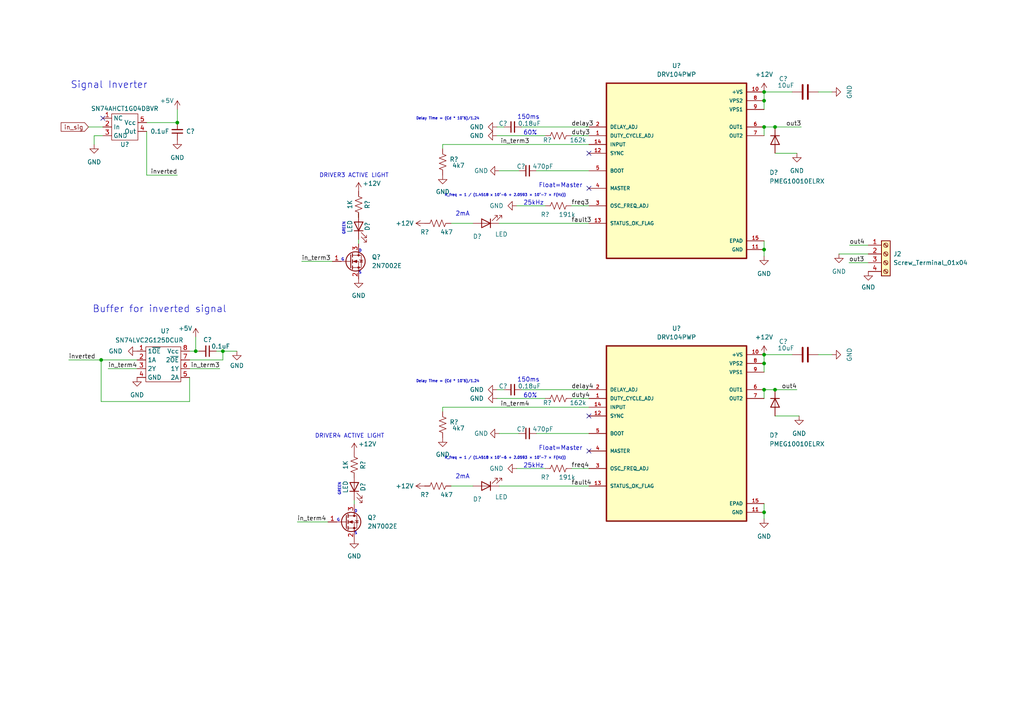
<source format=kicad_sch>
(kicad_sch (version 20230121) (generator eeschema)
  (paper "A4")
  (lib_symbols
    (symbol "Buffer:SN74LVC2G125"
      (property "Reference" "U" (at 0 6.35 0))
      (symbol "SN74LVC2G125_0_0"
        (rectangle (start -5.08 5.08) (end 5.08 -5.08))
      )
      (symbol "SN74LVC2G125_1_1"
        (pin input line (at -7.62 3.81 0) (length 2.54) (name "1~{OE}") (number "1"))
        (pin input line (at -7.62 1.27 0) (length 2.54) (name "1A") (number "2"))
        (pin input line (at -7.62 -1.27 0) (length 2.54) (name "2Y") (number "3"))
        (pin input line (at -7.62 -3.81 0) (length 2.54) (name "GND") (number "4"))
        (pin input line (at 7.62 -3.81 180) (length 2.54) (name "2A") (number "5"))
        (pin input line (at 7.62 -1.27 180) (length 2.54) (name "1Y") (number "6"))
        (pin input line (at 7.62 1.27 180) (length 2.54) (name "2~{OE}") (number "7"))
        (pin input line (at 7.62 3.81 180) (length 2.54) (name "Vcc") (number "8"))
      )
    )
    (symbol "Connector:Screw_Terminal_01x04" (pin_names (offset 1.016) hide)
      (property "Reference" "J" (at 0 5.08 0))
      (property "Value" "Screw_Terminal_01x04" (at 0 -7.62 0))
      (symbol "Screw_Terminal_01x04_1_1"
        (rectangle (start -1.27 3.81) (end 1.27 -6.35) (stroke (width 0.254)) (fill (type background)))
        (circle (center 0 -5.08) (radius 0.635) (stroke (width 0.1524)))
        (circle (center 0 -2.54) (radius 0.635) (stroke (width 0.1524)))
        (polyline (pts (xy -0.5334 -4.7498) (xy 0.3302 -5.588)) (stroke (width 0.1524)))
        (polyline (pts (xy -0.5334 -2.2098) (xy 0.3302 -3.048)) (stroke (width 0.1524)))
        (polyline (pts (xy -0.5334 0.3302) (xy 0.3302 -0.508)) (stroke (width 0.1524)))
        (polyline (pts (xy -0.5334 2.8702) (xy 0.3302 2.032)) (stroke (width 0.1524)))
        (polyline (pts (xy -0.3556 -4.572) (xy 0.508 -5.4102)) (stroke (width 0.1524)))
        (polyline (pts (xy -0.3556 -2.032) (xy 0.508 -2.8702)) (stroke (width 0.1524)))
        (polyline (pts (xy -0.3556 0.508) (xy 0.508 -0.3302)) (stroke (width 0.1524)))
        (polyline (pts (xy -0.3556 3.048) (xy 0.508 2.2098)) (stroke (width 0.1524)))
        (circle (center 0 0) (radius 0.635) (stroke (width 0.1524)))
        (circle (center 0 2.54) (radius 0.635) (stroke (width 0.1524)))
        (pin passive line (at -5.08 2.54 0) (length 3.81) (name "Pin_1") (number "1"))
        (pin passive line (at -5.08 0 0) (length 3.81) (name "Pin_2") (number "2"))
        (pin passive line (at -5.08 -2.54 0) (length 3.81) (name "Pin_3") (number "3"))
        (pin passive line (at -5.08 -5.08 0) (length 3.81) (name "Pin_4") (number "4"))
      )
    )
    (symbol "DRV104PWP:DRV104PWP" (pin_names (offset 1.016))
      (property "Reference" "U" (at -20.32 26.4 0))
      (property "Value" "DRV104PWP" (at -20.32 -29.4 0))
      (symbol "DRV104PWP_0_0"
        (rectangle (start -20.32 -25.4) (end 20.32 25.4) (stroke (width 0.41)) (fill (type background)))
        (pin input line (at -25.4 10.16 0) (length 5.08) (name "DUTY_CYCLE_ADJ") (number "1"))
        (pin power_in line (at 25.4 22.86 180) (length 5.08) (name "+VS") (number "10"))
        (pin power_in line (at 25.4 -22.86 180) (length 5.08) (name "GND") (number "11"))
        (pin input line (at -25.4 5.08 0) (length 5.08) (name "SYNC") (number "12"))
        (pin bidirectional line (at -25.4 -15.24 0) (length 5.08) (name "STATUS_OK_FLAG") (number "13"))
        (pin input line (at -25.4 7.62 0) (length 5.08) (name "INPUT") (number "14"))
        (pin power_in line (at 25.4 -20.32 180) (length 5.08) (name "EPAD") (number "15"))
        (pin input line (at -25.4 12.7 0) (length 5.08) (name "DELAY_ADJ") (number "2"))
        (pin bidirectional line (at -25.4 -10.16 0) (length 5.08) (name "OSC_FREQ_ADJ") (number "3"))
        (pin bidirectional line (at -25.4 -5.08 0) (length 5.08) (name "MASTER") (number "4"))
        (pin bidirectional line (at -25.4 0 0) (length 5.08) (name "BOOT") (number "5"))
        (pin output line (at 25.4 12.7 180) (length 5.08) (name "OUT1") (number "6"))
        (pin output line (at 25.4 10.16 180) (length 5.08) (name "OUT2") (number "7"))
        (pin power_in line (at 25.4 20.32 180) (length 5.08) (name "VPS2") (number "8"))
        (pin power_in line (at 25.4 17.78 180) (length 5.08) (name "VPS1") (number "9"))
      )
    )
    (symbol "Device:C" (pin_numbers hide) (pin_names (offset 0.254))
      (property "Reference" "C" (at 0.635 2.54 0))
      (property "Value" "C" (at 0.635 -2.54 0))
      (symbol "C_0_1"
        (polyline (pts (xy -2.032 -0.762) (xy 2.032 -0.762)) (stroke (width 0.508)))
        (polyline (pts (xy -2.032 0.762) (xy 2.032 0.762)) (stroke (width 0.508)))
      )
      (symbol "C_1_1"
        (pin passive line (at 0 3.81 270) (length 2.794) (name "~") (number "1"))
        (pin passive line (at 0 -3.81 90) (length 2.794) (name "~") (number "2"))
      )
    )
    (symbol "Device:C_Small" (pin_numbers hide) (pin_names (offset 0.254) hide)
      (property "Reference" "C" (at 0.254 1.778 0))
      (property "Value" "C_Small" (at 0.254 -2.032 0))
      (symbol "C_Small_0_1"
        (polyline (pts (xy -1.524 -0.508) (xy 1.524 -0.508)) (stroke (width 0.3302)))
        (polyline (pts (xy -1.524 0.508) (xy 1.524 0.508)) (stroke (width 0.3048)))
      )
      (symbol "C_Small_1_1"
        (pin passive line (at 0 2.54 270) (length 2.032) (name "~") (number "1"))
        (pin passive line (at 0 -2.54 90) (length 2.032) (name "~") (number "2"))
      )
    )
    (symbol "Device:D" (pin_numbers hide) (pin_names (offset 1.016) hide)
      (property "Reference" "D" (at 0 2.54 0))
      (property "Value" "D" (at 0 -2.54 0))
      (symbol "D_0_1"
        (polyline (pts (xy -1.27 1.27) (xy -1.27 -1.27)) (stroke (width 0.254)))
        (polyline (pts (xy 1.27 0) (xy -1.27 0)))
        (polyline (pts (xy 1.27 1.27) (xy 1.27 -1.27) (xy -1.27 0) (xy 1.27 1.27)) (stroke (width 0.254)))
      )
      (symbol "D_1_1"
        (pin passive line (at -3.81 0 0) (length 2.54) (name "K") (number "1"))
        (pin passive line (at 3.81 0 180) (length 2.54) (name "A") (number "2"))
      )
    )
    (symbol "Device:LED" (pin_numbers hide) (pin_names (offset 1.016) hide)
      (property "Reference" "D" (at 0 2.54 0))
      (property "Value" "LED" (at 0 -2.54 0))
      (symbol "LED_0_1"
        (polyline (pts (xy -1.27 -1.27) (xy -1.27 1.27)) (stroke (width 0.254)))
        (polyline (pts (xy -1.27 0) (xy 1.27 0)))
        (polyline (pts (xy 1.27 -1.27) (xy 1.27 1.27) (xy -1.27 0) (xy 1.27 -1.27)) (stroke (width 0.254)))
        (polyline (pts (xy -3.048 -0.762) (xy -4.572 -2.286) (xy -3.81 -2.286) (xy -4.572 -2.286) (xy -4.572 -1.524)))
        (polyline (pts (xy -1.778 -0.762) (xy -3.302 -2.286) (xy -2.54 -2.286) (xy -3.302 -2.286) (xy -3.302 -1.524)))
      )
      (symbol "LED_1_1"
        (pin passive line (at -3.81 0 0) (length 2.54) (name "K") (number "1"))
        (pin passive line (at 3.81 0 180) (length 2.54) (name "A") (number "2"))
      )
    )
    (symbol "Device:R_US" (pin_numbers hide) (pin_names (offset 0))
      (property "Reference" "R" (at 2.54 0 90))
      (property "Value" "R_US" (at -2.54 0 90))
      (symbol "R_US_0_1"
        (polyline (pts (xy 0 -2.286) (xy 0 -2.54)))
        (polyline (pts (xy 0 2.286) (xy 0 2.54)))
        (polyline (pts (xy 0 -0.762) (xy 1.016 -1.143) (xy 0 -1.524) (xy -1.016 -1.905) (xy 0 -2.286)))
        (polyline (pts (xy 0 0.762) (xy 1.016 0.381) (xy 0 0) (xy -1.016 -0.381) (xy 0 -0.762)))
        (polyline (pts (xy 0 2.286) (xy 1.016 1.905) (xy 0 1.524) (xy -1.016 1.143) (xy 0 0.762)))
      )
      (symbol "R_US_1_1"
        (pin passive line (at 0 3.81 270) (length 1.27) (name "~") (number "1"))
        (pin passive line (at 0 -3.81 90) (length 1.27) (name "~") (number "2"))
      )
    )
    (symbol "Inverters:SN74AHCT1G04"
      (property "Reference" "U" (at 0 -5.08 0))
      (symbol "SN74AHCT1G04_0_1"
        (polyline (pts (xy 0 3.81) (xy -3.81 3.81) (xy -3.81 -3.81) (xy 3.81 -3.81) (xy 3.81 3.81) (xy 0 3.81)))
      )
      (symbol "SN74AHCT1G04_1_1"
        (pin input line (at -6.35 2.54 0) (length 2.54) (name "NC") (number "1"))
        (pin input line (at -6.35 0 0) (length 2.54) (name "In") (number "2"))
        (pin input line (at -6.35 -2.54 0) (length 2.54) (name "GND") (number "3"))
        (pin input line (at 6.35 -1.27 180) (length 2.54) (name "Out") (number "4"))
        (pin input line (at 6.35 1.27 180) (length 2.54) (name "Vcc") (number "5"))
      )
    )
    (symbol "Transistor_FET:2N7002E" (pin_names hide)
      (property "Reference" "Q" (at 5.08 1.905 0))
      (property "Value" "2N7002E" (at 5.08 0 0))
      (symbol "2N7002E_0_1"
        (polyline (pts (xy 0.254 0) (xy -2.54 0)))
        (polyline (pts (xy 0.254 1.905) (xy 0.254 -1.905)) (stroke (width 0.254)))
        (polyline (pts (xy 0.762 -1.27) (xy 0.762 -2.286)) (stroke (width 0.254)))
        (polyline (pts (xy 0.762 0.508) (xy 0.762 -0.508)) (stroke (width 0.254)))
        (polyline (pts (xy 0.762 2.286) (xy 0.762 1.27)) (stroke (width 0.254)))
        (polyline (pts (xy 2.54 2.54) (xy 2.54 1.778)))
        (polyline (pts (xy 2.54 -2.54) (xy 2.54 0) (xy 0.762 0)))
        (polyline (pts (xy 0.762 -1.778) (xy 3.302 -1.778) (xy 3.302 1.778) (xy 0.762 1.778)))
        (polyline (pts (xy 1.016 0) (xy 2.032 0.381) (xy 2.032 -0.381) (xy 1.016 0)) (fill (type outline)))
        (polyline (pts (xy 2.794 0.508) (xy 2.921 0.381) (xy 3.683 0.381) (xy 3.81 0.254)))
        (polyline (pts (xy 3.302 0.381) (xy 2.921 -0.254) (xy 3.683 -0.254) (xy 3.302 0.381)))
        (circle (center 1.651 0) (radius 2.794) (stroke (width 0.254)))
        (circle (center 2.54 -1.778) (radius 0.254) (fill (type outline)))
        (circle (center 2.54 1.778) (radius 0.254) (fill (type outline)))
      )
      (symbol "2N7002E_1_1"
        (pin input line (at -5.08 0 0) (length 2.54) (name "G") (number "1"))
        (pin passive line (at 2.54 -5.08 90) (length 2.54) (name "S") (number "2"))
        (pin passive line (at 2.54 5.08 270) (length 2.54) (name "D") (number "3"))
      )
    )
    (symbol "power:+12V" (power) (pin_names (offset 0))
      (property "Value" "+12V" (at 0 3.556 0))
      (symbol "+12V_0_1"
        (polyline (pts (xy -0.762 1.27) (xy 0 2.54)))
        (polyline (pts (xy 0 0) (xy 0 2.54)))
        (polyline (pts (xy 0 2.54) (xy 0.762 1.27)))
      )
      (symbol "+12V_1_1"
        (pin power_in line (at 0 0 90) (length 0) hide (name "+12V") (number "1"))
      )
    )
    (symbol "power:+5V" (power) (pin_names (offset 0))
      (property "Value" "+5V" (at 0 3.556 0))
      (symbol "+5V_0_1"
        (polyline (pts (xy -0.762 1.27) (xy 0 2.54)))
        (polyline (pts (xy 0 0) (xy 0 2.54)))
        (polyline (pts (xy 0 2.54) (xy 0.762 1.27)))
      )
      (symbol "+5V_1_1"
        (pin power_in line (at 0 0 90) (length 0) hide (name "+5V") (number "1"))
      )
    )
    (symbol "power:GND" (power) (pin_names (offset 0))
      (property "Value" "GND" (at 0 -3.81 0))
      (symbol "GND_0_1"
        (polyline (pts (xy 0 0) (xy 0 -1.27) (xy 1.27 -1.27) (xy 0 -2.54) (xy -1.27 -1.27) (xy 0 -1.27)))
      )
      (symbol "GND_1_1"
        (pin power_in line (at 0 0 270) (length 0) hide (name "GND") (number "1"))
      )
    )
  )
  (junction (at 221.615 29.21))
  (junction (at 29.337 104.394))
  (junction (at 224.79 36.83))
  (junction (at 221.615 36.83))
  (junction (at 224.79 113.03))
  (junction (at 221.615 113.03))
  (junction (at 64.643 101.854))
  (junction (at 221.615 105.41))
  (junction (at 221.615 148.59))
  (junction (at 221.615 26.67))
  (junction (at 221.615 102.87))
  (junction (at 56.769 101.854))
  (junction (at 51.435 35.56))
  (junction (at 221.615 72.39))
  (no_connect (at 170.815 120.65))
  (no_connect (at 170.815 54.61))
  (no_connect (at 170.815 130.81))
  (no_connect (at 170.815 44.45))
  (no_connect (at 29.845 34.29))
  (wire (pts (xy 221.615 72.39) (xy 221.615 74.295)))
  (wire (pts (xy 27.305 41.91) (xy 27.305 39.37)))
  (wire (pts (xy 224.79 36.83) (xy 232.41 36.83)))
  (wire (pts (xy 221.615 26.67) (xy 221.615 29.21)))
  (wire (pts (xy 56.769 97.79) (xy 56.769 101.854)))
  (wire (pts (xy 149.86 59.69) (xy 158.115 59.69)))
  (wire (pts (xy 144.78 140.97) (xy 170.815 140.97)))
  (wire (pts (xy 150.495 49.53) (xy 144.78 49.53)))
  (wire (pts (xy 64.643 104.394) (xy 64.643 101.854)))
  (wire (pts (xy 165.735 59.69) (xy 170.815 59.69)))
  (wire (pts (xy 42.545 50.8) (xy 42.545 38.1)))
  (wire (pts (xy 151.257 36.83) (xy 170.815 36.83)))
  (wire (pts (xy 128.397 41.91) (xy 128.397 43.18)))
  (wire (pts (xy 150.495 125.73) (xy 144.78 125.73)))
  (wire (pts (xy 221.615 105.41) (xy 221.615 107.95)))
  (wire (pts (xy 149.86 135.89) (xy 158.115 135.89)))
  (wire (pts (xy 231.14 113.03) (xy 224.79 113.03)))
  (wire (pts (xy 86.233 151.384) (xy 95.123 151.384)))
  (wire (pts (xy 19.939 104.394) (xy 29.337 104.394)))
  (wire (pts (xy 221.615 102.87) (xy 221.615 105.41)))
  (wire (pts (xy 102.743 138.684) (xy 102.743 137.414)))
  (wire (pts (xy 221.615 36.83) (xy 221.615 39.37)))
  (wire (pts (xy 104.013 69.469) (xy 104.013 70.739)))
  (wire (pts (xy 221.615 113.03) (xy 224.79 113.03)))
  (wire (pts (xy 27.305 39.37) (xy 29.845 39.37)))
  (wire (pts (xy 155.575 125.73) (xy 170.815 125.73)))
  (wire (pts (xy 221.615 36.83) (xy 224.79 36.83)))
  (wire (pts (xy 54.991 101.854) (xy 56.769 101.854)))
  (wire (pts (xy 243.332 73.66) (xy 251.841 73.66)))
  (wire (pts (xy 151.257 113.03) (xy 170.815 113.03)))
  (wire (pts (xy 221.615 148.59) (xy 221.615 150.495)))
  (wire (pts (xy 42.545 50.8) (xy 51.435 50.8)))
  (wire (pts (xy 144.145 115.57) (xy 158.115 115.57)))
  (wire (pts (xy 165.735 115.57) (xy 170.815 115.57)))
  (wire (pts (xy 231.775 120.65) (xy 224.79 120.65)))
  (wire (pts (xy 128.397 118.11) (xy 128.397 119.38)))
  (wire (pts (xy 29.337 116.459) (xy 54.991 116.459)))
  (wire (pts (xy 63.754 106.934) (xy 54.991 106.934)))
  (wire (pts (xy 130.81 64.77) (xy 137.16 64.77)))
  (wire (pts (xy 221.615 146.05) (xy 221.615 148.59)))
  (wire (pts (xy 29.337 104.394) (xy 29.337 116.459)))
  (wire (pts (xy 221.615 29.21) (xy 221.615 31.75)))
  (wire (pts (xy 25.654 36.83) (xy 29.845 36.83)))
  (wire (pts (xy 229.743 102.87) (xy 221.615 102.87)))
  (wire (pts (xy 87.503 75.819) (xy 96.393 75.819)))
  (wire (pts (xy 51.435 31.75) (xy 51.435 35.56)))
  (wire (pts (xy 246.253 76.2) (xy 251.841 76.2)))
  (wire (pts (xy 146.177 113.03) (xy 144.145 113.03)))
  (wire (pts (xy 56.769 101.854) (xy 57.658 101.854)))
  (wire (pts (xy 62.738 101.854) (xy 64.643 101.854)))
  (wire (pts (xy 146.177 36.83) (xy 144.145 36.83)))
  (wire (pts (xy 64.643 101.854) (xy 68.707 101.854)))
  (wire (pts (xy 229.743 26.67) (xy 221.615 26.67)))
  (wire (pts (xy 29.337 104.394) (xy 39.751 104.394)))
  (wire (pts (xy 42.545 35.56) (xy 51.435 35.56)))
  (wire (pts (xy 128.397 41.91) (xy 170.815 41.91)))
  (wire (pts (xy 144.145 39.37) (xy 158.115 39.37)))
  (wire (pts (xy 102.743 145.034) (xy 102.743 146.304)))
  (wire (pts (xy 155.575 49.53) (xy 170.815 49.53)))
  (wire (pts (xy 237.363 26.67) (xy 241.3 26.67)))
  (wire (pts (xy 231.14 44.45) (xy 224.79 44.45)))
  (wire (pts (xy 221.615 69.85) (xy 221.615 72.39)))
  (wire (pts (xy 165.735 39.37) (xy 170.815 39.37)))
  (wire (pts (xy 165.735 135.89) (xy 170.815 135.89)))
  (wire (pts (xy 237.363 102.87) (xy 241.3 102.87)))
  (wire (pts (xy 221.615 113.03) (xy 221.615 115.57)))
  (wire (pts (xy 246.38 71.12) (xy 251.841 71.12)))
  (wire (pts (xy 104.013 63.119) (xy 104.013 61.849)))
  (wire (pts (xy 144.78 64.77) (xy 170.815 64.77)))
  (wire (pts (xy 54.991 116.459) (xy 54.991 109.474)))
  (wire (pts (xy 130.81 140.97) (xy 137.16 140.97)))
  (wire (pts (xy 31.369 106.934) (xy 39.751 106.934)))
  (wire (pts (xy 128.397 118.11) (xy 170.815 118.11)))
  (wire (pts (xy 54.991 104.394) (xy 64.643 104.394)))
  (text "S" (at 104.013 79.629 0) (effects (font (size 0.75 0.75)) (justify left bottom)))
  (text "S" (at 102.743 155.194 0) (effects (font (size 0.75 0.75)) (justify left bottom)))
  (text "DRIVER3 ACTIVE LIGHT" (at 92.583 51.689 0) (effects (font (size 1.2 1.2)) (justify left bottom)))
  (text "DRIVER4 ACTIVE LIGHT" (at 91.313 127.254 0) (effects (font (size 1.2 1.2)) (justify left bottom)))
  (text "2mA" (at 132.08 62.865 0) (effects (font (size 1.27 1.27)) (justify left bottom)))
  (text "150ms" (at 149.987 34.798 0) (effects (font (size 1.27 1.27)) (justify left bottom)))
  (text "Buffer for inverted signal" (at 26.797 90.932 0) (effects (font (size 2 2)) (justify left bottom)))
  (text "Float=Master" (at 156.21 130.81 0) (effects (font (size 1.27 1.27)) (justify left bottom)))
  (text "25kHz" (at 151.765 59.69 0) (effects (font (size 1.27 1.27)) (justify left bottom)))
  (text "60%" (at 151.765 39.37 0) (effects (font (size 1.27 1.27)) (justify left bottom)))
  (text "Delay Time = (Cd * 10^6)/1.24" (at 120.65 34.925 0) (effects (font (size 0.75 0.75)) (justify left bottom)))
  (text "60%" (at 151.765 115.57 0) (effects (font (size 1.27 1.27)) (justify left bottom)))
  (text "R_freq = 1 / (1.4518 x 10^−6 + 2.0593 × 10^−7 × F(Hz))" (at 128.905 133.35 0) (effects (font (size 0.75 0.75)) (justify left bottom)))
  (text "25kHz" (at 151.765 135.89 0) (effects (font (size 1.27 1.27)) (justify left bottom)))
  (text "GREEN" (at 98.933 143.764 90) (effects (font (size 0.75 0.75)) (justify left bottom)))
  (text "Signal Inverter" (at 20.447 25.908 0) (effects (font (size 2 2)) (justify left bottom)))
  (text "150ms" (at 149.987 110.998 0) (effects (font (size 1.27 1.27)) (justify left bottom)))
  (text "G" (at 98.933 75.819 0) (effects (font (size 0.75 0.75)) (justify left bottom)))
  (text "D" (at 104.013 73.279 0) (effects (font (size 0.75 0.75)) (justify left bottom)))
  (text "R_freq = 1 / (1.4518 x 10^−6 + 2.0593 × 10^−7 × F(Hz))" (at 128.905 57.15 0) (effects (font (size 0.75 0.75)) (justify left bottom)))
  (text "Delay Time = (Cd * 10^6)/1.24" (at 120.65 111.125 0) (effects (font (size 0.75 0.75)) (justify left bottom)))
  (text "Float=Master" (at 156.21 54.61 0) (effects (font (size 1.27 1.27)) (justify left bottom)))
  (text "2mA" (at 132.08 139.065 0) (effects (font (size 1.27 1.27)) (justify left bottom)))
  (text "GREEN" (at 100.203 68.199 90) (effects (font (size 0.75 0.75)) (justify left bottom)))
  (text "G" (at 97.663 151.384 0) (effects (font (size 0.75 0.75)) (justify left bottom)))
  (text "D" (at 102.743 148.844 0) (effects (font (size 0.75 0.75)) (justify left bottom)))
  (label "duty3" (at 165.735 39.37 0))
  (label "in_term4" (at 145.161 118.11 0))
  (label "in_term3" (at 63.754 106.934 180))
  (label "fault3" (at 165.735 64.77 0))
  (label "in_term3" (at 87.503 75.819 0))
  (label "in_term4" (at 86.233 151.384 0))
  (label "fault4" (at 165.735 140.97 0))
  (label "duty4" (at 165.735 115.57 0))
  (label "out3" (at 246.253 76.2 0))
  (label "delay3" (at 165.735 36.83 0))
  (label "out4" (at 246.38 71.12 0))
  (label "freq3" (at 165.735 59.69 0))
  (label "freq4" (at 165.735 135.89 0))
  (label "inverted" (at 19.939 104.394 0))
  (label "in_term4" (at 31.369 106.934 0))
  (label "delay4" (at 165.735 113.03 0))
  (label "out4" (at 231.14 113.03 180))
  (label "out3" (at 232.41 36.83 180))
  (label "in_term3" (at 145.161 41.91 0))
  (label "inverted" (at 51.435 50.8 180))
  (global_label "in_sig" (shape input) (at 25.654 36.83 180) (property "Intersheetrefs" "${INTERSHEET_REFS}" (effects hide)))
  (symbol (lib_id "power:GND") (at 104.013 80.899 0) (unit 1)
    (property "Reference" "#PWR?" (effects hide))
    (property "Value" "GND" (at 104.013 85.725 0))
    (instances (project "4ch-driver-v0" (path "" (reference "#PWR?") (unit 1)) (path "" (reference "#PWR064") (unit 1))) (project "8ch-driver-v0" (path "" (reference "#PWR093") (unit 1))) (project "driver-v0" (path "" (reference "#PWR014") (unit 1))))
  )
  (symbol (lib_id "power:GND") (at 221.615 74.295 0) (unit 1)
    (property "Reference" "#PWR?" (effects hide))
    (property "Value" "GND" (at 221.615 79.375 0))
    (instances (project "4ch-driver-v0" (path "" (reference "#PWR?") (unit 1)) (path "" (reference "#PWR044") (unit 1))) (project "8ch-driver-v0" (path "" (reference "#PWR012") (unit 1))) (project "driver-v0" (path "" (reference "#PWR011") (unit 1))))
  )
  (symbol (lib_id "power:GND") (at 144.78 125.73 270) (unit 1)
    (property "Reference" "#PWR?" (effects hide))
    (property "Value" "GND" (at 141.605 125.73 90) (effects (justify right)))
    (instances (project "4ch-driver-v0" (path "" (reference "#PWR?") (unit 1)) (path "" (reference "#PWR051") (unit 1))) (project "8ch-driver-v0" (path "" (reference "#PWR09") (unit 1))) (project "driver-v0" (path "" (reference "#PWR09") (unit 1))))
  )
  (symbol (lib_id "Device:R_US") (at 161.925 135.89 90) (unit 1)
    (property "Reference" "R?" (at 158.115 138.43 90))
    (property "Value" "191k" (at 164.465 138.43 90))
    (property "Footprint" "Resistor_SMD:R_0805_2012Metric" (effects hide))
    (property "PartNum" "RC0805FR-07191KL" (effects hide))
    (property "Mfg" "Yageo" (effects hide))
    (instances (project "4ch-driver-v0" (path "" (reference "R?") (unit 1)) (path "" (reference "R19") (unit 1))) (project "8ch-driver-v0" (path "" (reference "R5") (unit 1))) (project "driver-v0" (path "" (reference "R2") (unit 1))))
  )
  (symbol (lib_id "power:GND") (at 243.332 73.66 0) (unit 1)
    (property "Reference" "#PWR?" (effects hide))
    (property "Value" "GND" (at 243.332 78.74 0))
    (instances (project "4ch-driver-v0" (path "" (reference "#PWR?") (unit 1)) (path "" (reference "#PWR067") (unit 1))) (project "8ch-driver-v0" (path "" (reference "#PWR013") (unit 1))) (project "driver-v0" (path "" (reference "#PWR02") (unit 1))))
  )
  (symbol (lib_id "Device:R_US") (at 128.397 46.99 180) (unit 1)
    (property "Reference" "R?" (at 131.699 46.228 0))
    (property "Value" "4k7" (at 132.969 48.006 0))
    (property "Footprint" "Resistor_SMD:R_0805_2012Metric" (effects hide))
    (property "PartNum" "RC0805JR-074K7L" (effects hide))
    (property "Mfg" "Yageo" (effects hide))
    (instances (project "4ch-driver-v0" (path "" (reference "R?") (unit 1)) (path "" (reference "R13") (unit 1))) (project "8ch-driver-v0" (path "" (reference "R3") (unit 1))) (project "driver-v0" (path "" (reference "R5") (unit 1))))
  )
  (symbol (lib_id "Device:LED") (at 140.97 64.77 180) (unit 1)
    (property "Reference" "D?" (at 138.43 68.58 0))
    (property "Value" "LED" (at 145.415 67.945 0))
    (property "Footprint" "LED_SMD:LED_0805_2012Metric" (effects hide))
    (property "PartNum" "150080RS75000" (effects hide))
    (property "Mfg" "Wurth" (effects hide))
    (instances (project "4ch-driver-v0" (path "" (reference "D?") (unit 1)) (path "" (reference "D7") (unit 1))) (project "8ch-driver-v0" (path "" (reference "D1") (unit 1))) (project "driver-v0" (path "" (reference "D1") (unit 1))))
  )
  (symbol (lib_id "Device:C") (at 233.553 102.87 90) (unit 1)
    (property "Reference" "C?" (at 228.473 99.06 90) (effects (justify left)))
    (property "Value" "10uF" (at 230.378 100.965 90) (effects (justify left)))
    (property "Footprint" "Capacitor_SMD:C_1210_3225Metric" (effects hide))
    (property "PartNum" "CL32A106KLULNNE" (effects hide))
    (property "Mfg" "Samsung Electro-Mechanics" (effects hide))
    (instances (project "4ch-driver-v0" (path "" (reference "C?") (unit 1)) (path "" (reference "C16") (unit 1))) (project "8ch-driver-v0" (path "" (reference "C4") (unit 1))) (project "driver-v0" (path "" (reference "C3") (unit 1))))
  )
  (symbol (lib_id "power:+5V") (at 51.435 31.75 0) (unit 1)
    (property "Reference" "#PWR?" (effects hide))
    (property "Value" "+5V" (at 46.355 29.21 0) (effects (justify left)))
    (instances (project "4ch-driver-v0" (path "" (reference "#PWR?") (unit 1)) (path "" (reference "#PWR058") (unit 1))))
  )
  (symbol (lib_id "power:GND") (at 149.86 59.69 270) (unit 1)
    (property "Reference" "#PWR?" (effects hide))
    (property "Value" "GND" (at 146.05 59.69 90) (effects (justify right)))
    (instances (project "4ch-driver-v0" (path "" (reference "#PWR?") (unit 1)) (path "" (reference "#PWR042") (unit 1))) (project "8ch-driver-v0" (path "" (reference "#PWR010") (unit 1))) (project "driver-v0" (path "" (reference "#PWR06") (unit 1))))
  )
  (symbol (lib_id "power:GND") (at 144.145 113.03 270) (unit 1)
    (property "Reference" "#PWR?" (effects hide))
    (property "Value" "GND" (at 140.335 113.03 90) (effects (justify right)))
    (instances (project "4ch-driver-v0" (path "" (reference "#PWR?") (unit 1)) (path "" (reference "#PWR049") (unit 1))) (project "8ch-driver-v0" (path "" (reference "#PWR07") (unit 1))) (project "driver-v0" (path "" (reference "#PWR08") (unit 1))))
  )
  (symbol (lib_id "power:+5V") (at 56.769 97.79 0) (unit 1)
    (property "Reference" "#PWR?" (effects hide))
    (property "Value" "+5V" (at 51.689 95.25 0) (effects (justify left)))
    (instances (project "4ch-driver-v0" (path "" (reference "#PWR?") (unit 1)) (path "" (reference "#PWR071") (unit 1))))
  )
  (symbol (lib_id "Device:C_Small") (at 60.198 101.854 270) (unit 1)
    (property "Reference" "C?" (at 60.198 98.552 90))
    (property "Value" "0.1uF" (at 64.008 100.457 90))
    (property "Footprint" "Capacitor_SMD:C_0805_2012Metric" (effects hide))
    (property "PartNum" "08053C184KAT2A" (effects hide))
    (property "Mfg" "KYOCERA AVX" (effects hide))
    (instances (project "4ch-driver-v0" (path "" (reference "C?") (unit 1)) (path "" (reference "C18") (unit 1))) (project "8ch-driver-v0" (path "" (reference "C2") (unit 1))) (project "driver-v0" (path "" (reference "C4") (unit 1))))
  )
  (symbol (lib_id "Connector:Screw_Terminal_01x04") (at 256.921 73.66 0) (unit 1)
    (property "Reference" "J2" (at 259.08 73.66 0) (effects (justify left)))
    (property "Value" "Screw_Terminal_01x04" (at 259.08 76.2 0) (effects (justify left)))
    (property "Footprint" "TerminalBlock:TerminalBlock_bornier-4_P5.08mm" (effects hide))
  )
  (symbol (lib_id "power:GND") (at 251.841 78.74 0) (unit 1)
    (property "Reference" "#PWR?" (effects hide))
    (property "Value" "GND" (at 251.841 83.312 0))
    (instances (project "4ch-driver-v0" (path "" (reference "#PWR?") (unit 1)) (path "" (reference "#PWR068") (unit 1))) (project "8ch-driver-v0" (path "" (reference "#PWR013") (unit 1))) (project "driver-v0" (path "" (reference "#PWR02") (unit 1))))
  )
  (symbol (lib_id "DRV104PWP:DRV104PWP") (at 196.215 49.53 0) (unit 1)
    (property "Reference" "U?" (at 196.215 19.05 0))
    (property "Value" "DRV104PWP" (at 196.215 21.59 0))
    (property "Footprint" "Solenoid_Driver:IC_TPS27S100BPWPR" (effects hide))
    (property "PartNum" "DRV104PWP" (effects hide))
    (property "Mfg" "TI" (effects hide))
    (instances (project "4ch-driver-v0" (path "" (reference "U?") (unit 1)) (path "" (reference "U5") (unit 1))) (project "8ch-driver-v0" (path "" (reference "U1") (unit 1))) (project "driver-v0" (path "" (reference "U1") (unit 1))))
  )
  (symbol (lib_id "Device:D") (at 224.79 116.84 270) (unit 1)
    (property "Reference" "D?" (at 223.139 126.238 90) (effects (justify left)))
    (property "Value" "PMEG10010ELRX" (at 223.139 128.778 90) (effects (justify left)))
    (property "Footprint" "Diode_SMD:Nexperia_CFP3_SOD-123W" (effects hide))
    (property "Sim.Device" "D" (effects hide))
    (property "Sim.Pins" "1=K 2=A" (effects hide))
    (property "PartNum" "PMEG10010ELRX" (effects hide))
    (property "Mfg" "Nexperia" (effects hide))
    (instances (project "4ch-driver-v0" (path "" (reference "D?") (unit 1)) (path "" (reference "D10") (unit 1))) (project "8ch-driver-v0" (path "" (reference "D2") (unit 1))) (project "driver-v0" (path "" (reference "D2") (unit 1))))
  )
  (symbol (lib_id "Device:LED") (at 104.013 65.659 90) (unit 1)
    (property "Reference" "D?" (at 106.553 65.659 0))
    (property "Value" "LED" (at 101.473 65.659 0))
    (property "Footprint" "LED_SMD:LED_0805_2012Metric" (effects hide))
    (property "PartNum" "150080RS75000" (effects hide))
    (property "Mfg" "Wurth" (effects hide))
    (instances (project "4ch-driver-v0" (path "" (reference "D?") (unit 1)) (path "" (reference "D11") (unit 1))) (project "8ch-driver-v0" (path "" (reference "D17") (unit 1))) (project "driver-v0" (path "" (reference "D1") (unit 1))))
  )
  (symbol (lib_id "Transistor_FET:2N7002E") (at 101.473 75.819 0) (unit 1)
    (property "Reference" "Q?" (at 107.823 74.549 0) (effects (justify left)))
    (property "Value" "2N7002E" (at 107.823 77.089 0) (effects (justify left)))
    (property "Footprint" "Package_TO_SOT_SMD:SOT-23" (effects hide))
    (property "Datasheet" "http://www.diodes.com/assets/Datasheets/ds30376.pdf" (effects hide))
    (instances (project "4ch-driver-v0" (path "" (reference "Q?") (unit 1)) (path "" (reference "Q3") (unit 1))) (project "8ch-driver-v0" (path "" (reference "Q1") (unit 1))))
  )
  (symbol (lib_id "power:GND") (at 144.145 39.37 270) (unit 1)
    (property "Reference" "#PWR?" (effects hide))
    (property "Value" "GND" (at 140.335 39.37 90) (effects (justify right)))
    (instances (project "4ch-driver-v0" (path "" (reference "#PWR?") (unit 1)) (path "" (reference "#PWR040") (unit 1))) (project "8ch-driver-v0" (path "" (reference "#PWR08") (unit 1))) (project "driver-v0" (path "" (reference "#PWR07") (unit 1))))
  )
  (symbol (lib_id "power:GND") (at 241.3 102.87 90) (unit 1)
    (property "Reference" "#PWR?" (effects hide))
    (property "Value" "GND" (at 246.38 102.87 0))
    (instances (project "4ch-driver-v0" (path "" (reference "#PWR?") (unit 1)) (path "" (reference "#PWR056") (unit 1))) (project "8ch-driver-v0" (path "" (reference "#PWR014") (unit 1))) (project "driver-v0" (path "" (reference "#PWR012") (unit 1))))
  )
  (symbol (lib_id "power:GND") (at 144.145 115.57 270) (unit 1)
    (property "Reference" "#PWR?" (effects hide))
    (property "Value" "GND" (at 140.335 115.57 90) (effects (justify right)))
    (instances (project "4ch-driver-v0" (path "" (reference "#PWR?") (unit 1)) (path "" (reference "#PWR050") (unit 1))) (project "8ch-driver-v0" (path "" (reference "#PWR08") (unit 1))) (project "driver-v0" (path "" (reference "#PWR07") (unit 1))))
  )
  (symbol (lib_id "Device:R_US") (at 161.925 39.37 90) (unit 1)
    (property "Reference" "R?" (at 158.75 40.64 90))
    (property "Value" "162k" (at 167.64 40.64 90))
    (property "Footprint" "Resistor_SMD:R_0805_2012Metric" (effects hide))
    (property "PartNum" "RC0805FR-07162KL" (effects hide))
    (property "Mfg" "Yageo" (effects hide))
    (instances (project "4ch-driver-v0" (path "" (reference "R?") (unit 1)) (path "" (reference "R14") (unit 1))) (project "8ch-driver-v0" (path "" (reference "R4") (unit 1))) (project "driver-v0" (path "" (reference "R3") (unit 1))))
  )
  (symbol (lib_id "Device:R_US") (at 104.013 59.309 0) (unit 1)
    (property "Reference" "R?" (at 106.553 59.309 90))
    (property "Value" "1K" (at 101.473 59.309 90))
    (property "Footprint" "Resistor_SMD:R_0805_2012Metric" (effects hide))
    (property "PartNum" "RC0805FR-07162KL" (effects hide))
    (property "Mfg" "Yageo" (effects hide))
    (instances (project "4ch-driver-v0" (path "" (reference "R?") (unit 1)) (path "" (reference "R2") (unit 1))) (project "8ch-driver-v0" (path "" (reference "R41") (unit 1))) (project "driver-v0" (path "" (reference "R3") (unit 1))))
  )
  (symbol (lib_id "power:GND") (at 128.397 127 0) (unit 1)
    (property "Reference" "#PWR?" (effects hide))
    (property "Value" "GND" (at 128.397 131.826 0))
    (instances (project "4ch-driver-v0" (path "" (reference "#PWR?") (unit 1)) (path "" (reference "#PWR048") (unit 1))) (project "8ch-driver-v0" (path "" (reference "#PWR06") (unit 1))) (project "driver-v0" (path "" (reference "#PWR014") (unit 1))))
  )
  (symbol (lib_id "Device:C_Small") (at 148.717 36.83 90) (unit 1)
    (property "Reference" "C?" (at 145.923 35.814 90))
    (property "Value" "0.18uF" (at 153.543 35.814 90))
    (property "Footprint" "Capacitor_SMD:C_0805_2012Metric" (effects hide))
    (property "PartNum" "08053C184KAT2A" (effects hide))
    (property "Mfg" "KYOCERA AVX" (effects hide))
    (instances (project "4ch-driver-v0" (path "" (reference "C?") (unit 1)) (path "" (reference "C11") (unit 1))) (project "8ch-driver-v0" (path "" (reference "C2") (unit 1))) (project "driver-v0" (path "" (reference "C4") (unit 1))))
  )
  (symbol (lib_id "power:GND") (at 68.707 101.854 0) (unit 1)
    (property "Reference" "#PWR?" (effects hide))
    (property "Value" "GND" (at 68.707 106.045 0))
    (instances (project "4ch-driver-v0" (path "" (reference "#PWR?") (unit 1)) (path "" (reference "#PWR062") (unit 1))) (project "8ch-driver-v0" (path "" (reference "#PWR04") (unit 1))) (project "driver-v0" (path "" (reference "#PWR01") (unit 1))))
  )
  (symbol (lib_id "power:GND") (at 231.775 120.65 0) (unit 1)
    (property "Reference" "#PWR?" (effects hide))
    (property "Value" "GND" (at 231.775 125.73 0))
    (instances (project "4ch-driver-v0" (path "" (reference "#PWR?") (unit 1)) (path "" (reference "#PWR055") (unit 1))) (project "8ch-driver-v0" (path "" (reference "#PWR013") (unit 1))) (project "driver-v0" (path "" (reference "#PWR02") (unit 1))))
  )
  (symbol (lib_id "power:GND") (at 39.751 101.854 270) (unit 1)
    (property "Reference" "#PWR?" (effects hide))
    (property "Value" "GND" (at 35.56 101.854 90) (effects (justify right)))
    (instances (project "4ch-driver-v0" (path "" (reference "#PWR?") (unit 1)) (path "" (reference "#PWR060") (unit 1))) (project "8ch-driver-v0" (path "" (reference "#PWR04") (unit 1))) (project "driver-v0" (path "" (reference "#PWR01") (unit 1))))
  )
  (symbol (lib_id "power:+12V") (at 102.743 131.064 0) (unit 1)
    (property "Reference" "#PWR?" (effects hide))
    (property "Value" "+12V" (at 106.553 128.778 0))
    (instances (project "4ch-driver-v0" (path "" (reference "#PWR?") (unit 1)) (path "" (reference "#PWR065") (unit 1))) (project "8ch-driver-v0" (path "" (reference "#PWR092") (unit 1))) (project "driver-v0" (path "" (reference "#PWR04") (unit 1))))
  )
  (symbol (lib_id "power:GND") (at 39.751 109.474 0) (unit 1)
    (property "Reference" "#PWR?" (effects hide))
    (property "Value" "GND" (at 39.751 114.554 0))
    (instances (project "4ch-driver-v0" (path "" (reference "#PWR?") (unit 1)) (path "" (reference "#PWR061") (unit 1))) (project "8ch-driver-v0" (path "" (reference "#PWR04") (unit 1))) (project "driver-v0" (path "" (reference "#PWR01") (unit 1))))
  )
  (symbol (lib_id "Device:C") (at 233.553 26.67 90) (unit 1)
    (property "Reference" "C?" (at 228.473 22.86 90) (effects (justify left)))
    (property "Value" "10uF" (at 230.378 24.765 90) (effects (justify left)))
    (property "Footprint" "Capacitor_SMD:C_1210_3225Metric" (effects hide))
    (property "PartNum" "CL32A106KLULNNE" (effects hide))
    (property "Mfg" "Samsung Electro-Mechanics" (effects hide))
    (instances (project "4ch-driver-v0" (path "" (reference "C?") (unit 1)) (path "" (reference "C13") (unit 1))) (project "8ch-driver-v0" (path "" (reference "C4") (unit 1))) (project "driver-v0" (path "" (reference "C3") (unit 1))))
  )
  (symbol (lib_id "power:GND") (at 221.615 150.495 0) (unit 1)
    (property "Reference" "#PWR?" (effects hide))
    (property "Value" "GND" (at 221.615 155.575 0))
    (instances (project "4ch-driver-v0" (path "" (reference "#PWR?") (unit 1)) (path "" (reference "#PWR054") (unit 1))) (project "8ch-driver-v0" (path "" (reference "#PWR012") (unit 1))) (project "driver-v0" (path "" (reference "#PWR011") (unit 1))))
  )
  (symbol (lib_id "power:GND") (at 231.14 44.45 0) (unit 1)
    (property "Reference" "#PWR?" (effects hide))
    (property "Value" "GND" (at 231.14 49.53 0))
    (instances (project "4ch-driver-v0" (path "" (reference "#PWR?") (unit 1)) (path "" (reference "#PWR045") (unit 1))) (project "8ch-driver-v0" (path "" (reference "#PWR013") (unit 1))) (project "driver-v0" (path "" (reference "#PWR02") (unit 1))))
  )
  (symbol (lib_id "Device:C_Small") (at 153.035 125.73 90) (unit 1)
    (property "Reference" "C?" (at 151.13 124.46 90))
    (property "Value" "470pF" (at 157.48 124.46 90))
    (property "Footprint" "Capacitor_SMD:C_0805_2012Metric" (effects hide))
    (property "PartNum" "C0805C471K5RAC7800" (effects hide))
    (property "Mfg" "Kemet" (effects hide))
    (instances (project "4ch-driver-v0" (path "" (reference "C?") (unit 1)) (path "" (reference "C15") (unit 1))) (project "8ch-driver-v0" (path "" (reference "C3") (unit 1))) (project "driver-v0" (path "" (reference "C5") (unit 1))))
  )
  (symbol (lib_id "power:+12V") (at 221.615 26.67 0) (unit 1)
    (property "Reference" "#PWR?" (effects hide))
    (property "Value" "+12V" (at 221.615 21.59 0))
    (instances (project "4ch-driver-v0" (path "" (reference "#PWR?") (unit 1)) (path "" (reference "#PWR043") (unit 1))) (project "8ch-driver-v0" (path "" (reference "#PWR011") (unit 1))) (project "driver-v0" (path "" (reference "#PWR05") (unit 1))))
  )
  (symbol (lib_id "Device:R_US") (at 161.925 59.69 90) (unit 1)
    (property "Reference" "R?" (at 158.115 62.23 90))
    (property "Value" "191k" (at 164.465 62.23 90))
    (property "Footprint" "Resistor_SMD:R_0805_2012Metric" (effects hide))
    (property "PartNum" "RC0805FR-07191KL" (effects hide))
    (property "Mfg" "Yageo" (effects hide))
    (instances (project "4ch-driver-v0" (path "" (reference "R?") (unit 1)) (path "" (reference "R15") (unit 1))) (project "8ch-driver-v0" (path "" (reference "R5") (unit 1))) (project "driver-v0" (path "" (reference "R2") (unit 1))))
  )
  (symbol (lib_id "DRV104PWP:DRV104PWP") (at 196.215 125.73 0) (unit 1)
    (property "Reference" "U?" (at 196.215 95.25 0))
    (property "Value" "DRV104PWP" (at 196.215 97.79 0))
    (property "Footprint" "Solenoid_Driver:IC_TPS27S100BPWPR" (effects hide))
    (property "PartNum" "DRV104PWP" (effects hide))
    (property "Mfg" "TI" (effects hide))
    (instances (project "4ch-driver-v0" (path "" (reference "U?") (unit 1)) (path "" (reference "U6") (unit 1))) (project "8ch-driver-v0" (path "" (reference "U1") (unit 1))) (project "driver-v0" (path "" (reference "U1") (unit 1))))
  )
  (symbol (lib_id "power:GND") (at 241.3 26.67 90) (unit 1)
    (property "Reference" "#PWR?" (effects hide))
    (property "Value" "GND" (at 246.38 26.67 0))
    (instances (project "4ch-driver-v0" (path "" (reference "#PWR?") (unit 1)) (path "" (reference "#PWR046") (unit 1))) (project "8ch-driver-v0" (path "" (reference "#PWR014") (unit 1))) (project "driver-v0" (path "" (reference "#PWR012") (unit 1))))
  )
  (symbol (lib_id "power:GND") (at 144.145 36.83 270) (unit 1)
    (property "Reference" "#PWR?" (effects hide))
    (property "Value" "GND" (at 140.335 36.83 90) (effects (justify right)))
    (instances (project "4ch-driver-v0" (path "" (reference "#PWR?") (unit 1)) (path "" (reference "#PWR039") (unit 1))) (project "8ch-driver-v0" (path "" (reference "#PWR07") (unit 1))) (project "driver-v0" (path "" (reference "#PWR08") (unit 1))))
  )
  (symbol (lib_id "Inverters:SN74AHCT1G04") (at 36.195 36.83 0) (unit 1)
    (property "Reference" "U?" (at 36.195 41.91 0))
    (property "Value" "SN74AHCT1G04DBVR" (at 36.195 31.496 0))
    (property "Footprint" "Package_TO_SOT_SMD:SOT-23-5" (effects hide))
    (instances (project "4ch-driver-v0" (path "" (reference "U?") (unit 1)) (path "" (reference "U8") (unit 1))))
  )
  (symbol (lib_id "Buffer:SN74LVC2G125") (at 47.371 105.664 0) (unit 1)
    (property "Reference" "U?" (at 47.879 96.012 0))
    (property "Value" "SN74LVC2G125DCUR" (at 43.307 98.679 0))
    (property "Footprint" "Package_SO:VSSOP-8_2.3x2mm_P0.5mm" (effects hide))
    (instances (project "4ch-driver-v0" (path "" (reference "U?") (unit 1)) (path "" (reference "U7") (unit 1))))
  )
  (symbol (lib_id "Device:C_Small") (at 148.717 113.03 90) (unit 1)
    (property "Reference" "C?" (at 145.923 112.014 90))
    (property "Value" "0.18uF" (at 153.543 112.014 90))
    (property "Footprint" "Capacitor_SMD:C_0805_2012Metric" (effects hide))
    (property "PartNum" "08053C184KAT2A" (effects hide))
    (property "Mfg" "KYOCERA AVX" (effects hide))
    (instances (project "4ch-driver-v0" (path "" (reference "C?") (unit 1)) (path "" (reference "C14") (unit 1))) (project "8ch-driver-v0" (path "" (reference "C2") (unit 1))) (project "driver-v0" (path "" (reference "C4") (unit 1))))
  )
  (symbol (lib_id "Device:R_US") (at 161.925 115.57 90) (unit 1)
    (property "Reference" "R?" (at 158.75 116.84 90))
    (property "Value" "162k" (at 167.64 116.84 90))
    (property "Footprint" "Resistor_SMD:R_0805_2012Metric" (effects hide))
    (property "PartNum" "RC0805FR-07162KL" (effects hide))
    (property "Mfg" "Yageo" (effects hide))
    (instances (project "4ch-driver-v0" (path "" (reference "R?") (unit 1)) (path "" (reference "R18") (unit 1))) (project "8ch-driver-v0" (path "" (reference "R4") (unit 1))) (project "driver-v0" (path "" (reference "R3") (unit 1))))
  )
  (symbol (lib_id "Device:C_Small") (at 51.435 38.1 180) (unit 1)
    (property "Reference" "C?" (at 55.245 38.1 0))
    (property "Value" "0.1uF" (at 46.355 38.1 0))
    (property "Footprint" "Capacitor_SMD:C_0805_2012Metric" (effects hide))
    (property "PartNum" "08053C184KAT2A" (effects hide))
    (property "Mfg" "KYOCERA AVX" (effects hide))
    (instances (project "4ch-driver-v0" (path "" (reference "C?") (unit 1)) (path "" (reference "C17") (unit 1))) (project "8ch-driver-v0" (path "" (reference "C2") (unit 1))) (project "driver-v0" (path "" (reference "C4") (unit 1))))
  )
  (symbol (lib_id "power:GND") (at 102.743 156.464 0) (unit 1)
    (property "Reference" "#PWR?" (effects hide))
    (property "Value" "GND" (at 102.743 161.29 0))
    (instances (project "4ch-driver-v0" (path "" (reference "#PWR?") (unit 1)) (path "" (reference "#PWR066") (unit 1))) (project "8ch-driver-v0" (path "" (reference "#PWR093") (unit 1))) (project "driver-v0" (path "" (reference "#PWR014") (unit 1))))
  )
  (symbol (lib_id "power:GND") (at 51.435 40.64 0) (unit 1)
    (property "Reference" "#PWR?" (effects hide))
    (property "Value" "GND" (at 51.435 45.72 0))
    (instances (project "4ch-driver-v0" (path "" (reference "#PWR?") (unit 1)) (path "" (reference "#PWR059") (unit 1))) (project "8ch-driver-v0" (path "" (reference "#PWR03") (unit 1))) (project "driver-v0" (path "" (reference "#PWR013") (unit 1))))
  )
  (symbol (lib_id "Transistor_FET:2N7002E") (at 100.203 151.384 0) (unit 1)
    (property "Reference" "Q?" (at 106.553 150.114 0) (effects (justify left)))
    (property "Value" "2N7002E" (at 106.553 152.654 0) (effects (justify left)))
    (property "Footprint" "Package_TO_SOT_SMD:SOT-23" (effects hide))
    (property "Datasheet" "http://www.diodes.com/assets/Datasheets/ds30376.pdf" (effects hide))
    (instances (project "4ch-driver-v0" (path "" (reference "Q?") (unit 1)) (path "" (reference "Q4") (unit 1))) (project "8ch-driver-v0" (path "" (reference "Q1") (unit 1))))
  )
  (symbol (lib_id "Device:LED") (at 102.743 141.224 90) (unit 1)
    (property "Reference" "D?" (at 105.283 141.224 0))
    (property "Value" "LED" (at 100.203 141.224 0))
    (property "Footprint" "LED_SMD:LED_0805_2012Metric" (effects hide))
    (property "PartNum" "150080RS75000" (effects hide))
    (property "Mfg" "Wurth" (effects hide))
    (instances (project "4ch-driver-v0" (path "" (reference "D?") (unit 1)) (path "" (reference "D12") (unit 1))) (project "8ch-driver-v0" (path "" (reference "D17") (unit 1))) (project "driver-v0" (path "" (reference "D1") (unit 1))))
  )
  (symbol (lib_id "Device:R_US") (at 128.397 123.19 180) (unit 1)
    (property "Reference" "R?" (at 131.699 122.428 0))
    (property "Value" "4k7" (at 132.969 124.206 0))
    (property "Footprint" "Resistor_SMD:R_0805_2012Metric" (effects hide))
    (property "PartNum" "RC0805JR-074K7L" (effects hide))
    (property "Mfg" "Yageo" (effects hide))
    (instances (project "4ch-driver-v0" (path "" (reference "R?") (unit 1)) (path "" (reference "R17") (unit 1))) (project "8ch-driver-v0" (path "" (reference "R3") (unit 1))) (project "driver-v0" (path "" (reference "R5") (unit 1))))
  )
  (symbol (lib_id "power:+12V") (at 104.013 55.499 0) (unit 1)
    (property "Reference" "#PWR?" (effects hide))
    (property "Value" "+12V" (at 107.823 53.213 0))
    (instances (project "4ch-driver-v0" (path "" (reference "#PWR?") (unit 1)) (path "" (reference "#PWR063") (unit 1))) (project "8ch-driver-v0" (path "" (reference "#PWR092") (unit 1))) (project "driver-v0" (path "" (reference "#PWR04") (unit 1))))
  )
  (symbol (lib_id "Device:LED") (at 140.97 140.97 180) (unit 1)
    (property "Reference" "D?" (at 138.43 144.78 0))
    (property "Value" "LED" (at 145.415 144.145 0))
    (property "Footprint" "LED_SMD:LED_0805_2012Metric" (effects hide))
    (property "PartNum" "150080RS75000" (effects hide))
    (property "Mfg" "Wurth" (effects hide))
    (instances (project "4ch-driver-v0" (path "" (reference "D?") (unit 1)) (path "" (reference "D9") (unit 1))) (project "8ch-driver-v0" (path "" (reference "D1") (unit 1))) (project "driver-v0" (path "" (reference "D1") (unit 1))))
  )
  (symbol (lib_id "power:GND") (at 27.305 41.91 0) (unit 1)
    (property "Reference" "#PWR?" (effects hide))
    (property "Value" "GND" (at 27.305 46.99 0))
    (instances (project "4ch-driver-v0" (path "" (reference "#PWR?") (unit 1)) (path "" (reference "#PWR06") (unit 1))) (project "8ch-driver-v0" (path "" (reference "#PWR03") (unit 1))) (project "driver-v0" (path "" (reference "#PWR013") (unit 1))))
  )
  (symbol (lib_id "Device:R_US") (at 127 64.77 90) (unit 1)
    (property "Reference" "R?" (at 123.19 67.31 90))
    (property "Value" "4k7" (at 129.54 67.31 90))
    (property "Footprint" "Resistor_SMD:R_0805_2012Metric" (effects hide))
    (property "PartNum" "RC0805JR-074K7L" (effects hide))
    (property "Mfg" "Yageo" (effects hide))
    (instances (project "4ch-driver-v0" (path "" (reference "R?") (unit 1)) (path "" (reference "R8") (unit 1))) (project "8ch-driver-v0" (path "" (reference "R2") (unit 1))) (project "driver-v0" (path "" (reference "R4") (unit 1))))
  )
  (symbol (lib_id "power:+12V") (at 123.19 64.77 90) (unit 1)
    (property "Reference" "#PWR?" (effects hide))
    (property "Value" "+12V" (at 120.015 64.77 90) (effects (justify left)))
    (instances (project "4ch-driver-v0" (path "" (reference "#PWR?") (unit 1)) (path "" (reference "#PWR037") (unit 1))) (project "8ch-driver-v0" (path "" (reference "#PWR05") (unit 1))) (project "driver-v0" (path "" (reference "#PWR010") (unit 1))))
  )
  (symbol (lib_id "power:GND") (at 144.78 49.53 270) (unit 1)
    (property "Reference" "#PWR?" (effects hide))
    (property "Value" "GND" (at 141.605 49.53 90) (effects (justify right)))
    (instances (project "4ch-driver-v0" (path "" (reference "#PWR?") (unit 1)) (path "" (reference "#PWR041") (unit 1))) (project "8ch-driver-v0" (path "" (reference "#PWR09") (unit 1))) (project "driver-v0" (path "" (reference "#PWR09") (unit 1))))
  )
  (symbol (lib_id "power:GND") (at 128.397 50.8 0) (unit 1)
    (property "Reference" "#PWR?" (effects hide))
    (property "Value" "GND" (at 128.397 55.626 0))
    (instances (project "4ch-driver-v0" (path "" (reference "#PWR?") (unit 1)) (path "" (reference "#PWR038") (unit 1))) (project "8ch-driver-v0" (path "" (reference "#PWR06") (unit 1))) (project "driver-v0" (path "" (reference "#PWR014") (unit 1))))
  )
  (symbol (lib_id "Device:R_US") (at 127 140.97 90) (unit 1)
    (property "Reference" "R?" (at 123.19 143.51 90))
    (property "Value" "4k7" (at 129.54 143.51 90))
    (property "Footprint" "Resistor_SMD:R_0805_2012Metric" (effects hide))
    (property "PartNum" "RC0805JR-074K7L" (effects hide))
    (property "Mfg" "Yageo" (effects hide))
    (instances (project "4ch-driver-v0" (path "" (reference "R?") (unit 1)) (path "" (reference "R16") (unit 1))) (project "8ch-driver-v0" (path "" (reference "R2") (unit 1))) (project "driver-v0" (path "" (reference "R4") (unit 1))))
  )
  (symbol (lib_id "power:GND") (at 149.86 135.89 270) (unit 1)
    (property "Reference" "#PWR?" (effects hide))
    (property "Value" "GND" (at 146.05 135.89 90) (effects (justify right)))
    (instances (project "4ch-driver-v0" (path "" (reference "#PWR?") (unit 1)) (path "" (reference "#PWR052") (unit 1))) (project "8ch-driver-v0" (path "" (reference "#PWR010") (unit 1))) (project "driver-v0" (path "" (reference "#PWR06") (unit 1))))
  )
  (symbol (lib_id "Device:D") (at 224.79 40.64 270) (unit 1)
    (property "Reference" "D?" (at 223.139 50.038 90) (effects (justify left)))
    (property "Value" "PMEG10010ELRX" (at 223.139 52.578 90) (effects (justify left)))
    (property "Footprint" "Diode_SMD:Nexperia_CFP3_SOD-123W" (effects hide))
    (property "Sim.Device" "D" (effects hide))
    (property "Sim.Pins" "1=K 2=A" (effects hide))
    (property "PartNum" "PMEG10010ELRX" (effects hide))
    (property "Mfg" "Nexperia" (effects hide))
    (instances (project "4ch-driver-v0" (path "" (reference "D?") (unit 1)) (path "" (reference "D8") (unit 1))) (project "8ch-driver-v0" (path "" (reference "D2") (unit 1))) (project "driver-v0" (path "" (reference "D2") (unit 1))))
  )
  (symbol (lib_id "power:+12V") (at 221.615 102.87 0) (unit 1)
    (property "Reference" "#PWR?" (effects hide))
    (property "Value" "+12V" (at 221.615 97.79 0))
    (instances (project "4ch-driver-v0" (path "" (reference "#PWR?") (unit 1)) (path "" (reference "#PWR053") (unit 1))) (project "8ch-driver-v0" (path "" (reference "#PWR011") (unit 1))) (project "driver-v0" (path "" (reference "#PWR05") (unit 1))))
  )
  (symbol (lib_id "Device:C_Small") (at 153.035 49.53 90) (unit 1)
    (property "Reference" "C?" (at 151.13 48.26 90))
    (property "Value" "470pF" (at 157.48 48.26 90))
    (property "Footprint" "Capacitor_SMD:C_0805_2012Metric" (effects hide))
    (property "PartNum" "C0805C471K5RAC7800" (effects hide))
    (property "Mfg" "Kemet" (effects hide))
    (instances (project "4ch-driver-v0" (path "" (reference "C?") (unit 1)) (path "" (reference "C12") (unit 1))) (project "8ch-driver-v0" (path "" (reference "C3") (unit 1))) (project "driver-v0" (path "" (reference "C5") (unit 1))))
  )
  (symbol (lib_id "Device:R_US") (at 102.743 134.874 0) (unit 1)
    (property "Reference" "R?" (at 105.283 134.874 90))
    (property "Value" "1K" (at 100.203 134.874 90))
    (property "Footprint" "Resistor_SMD:R_0805_2012Metric" (effects hide))
    (property "PartNum" "RC0805FR-07162KL" (effects hide))
    (property "Mfg" "Yageo" (effects hide))
    (instances (project "4ch-driver-v0" (path "" (reference "R?") (unit 1)) (path "" (reference "R21") (unit 1))) (project "8ch-driver-v0" (path "" (reference "R41") (unit 1))) (project "driver-v0" (path "" (reference "R3") (unit 1))))
  )
  (symbol (lib_id "power:+12V") (at 123.19 140.97 90) (unit 1)
    (property "Reference" "#PWR?" (effects hide))
    (property "Value" "+12V" (at 120.015 140.97 90) (effects (justify left)))
    (instances (project "4ch-driver-v0" (path "" (reference "#PWR?") (unit 1)) (path "" (reference "#PWR047") (unit 1))) (project "8ch-driver-v0" (path "" (reference "#PWR05") (unit 1))) (project "driver-v0" (path "" (reference "#PWR010") (unit 1))))
  )
)
</source>
